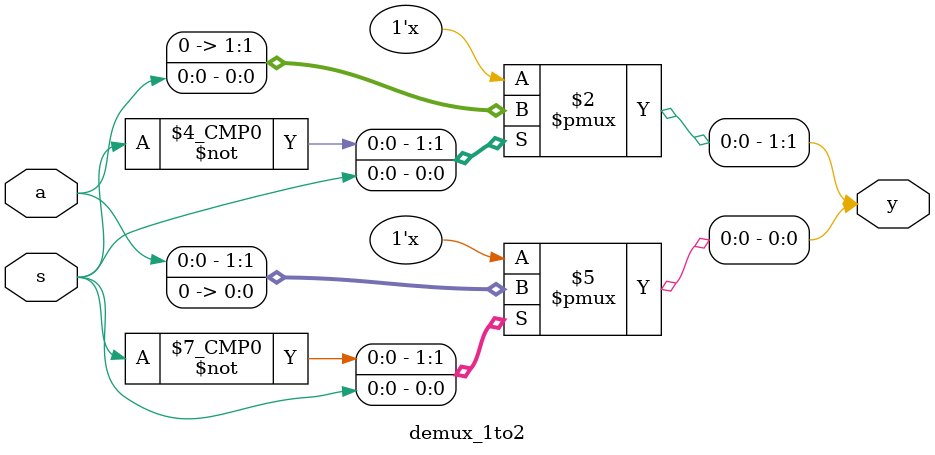
<source format=v>
`timescale 1ns / 1ps


module demux_1to2(
    input a,
    input s,
    output reg [1:0]y
    );
    always@(*) 
    begin 
    case(s) 
    1'b0:
    begin y[0]=a;y[1]=1'b0; end
    1'b1:
    begin y[1]=a; y[0]=1'b0; end
    endcase
    end
endmodule

</source>
